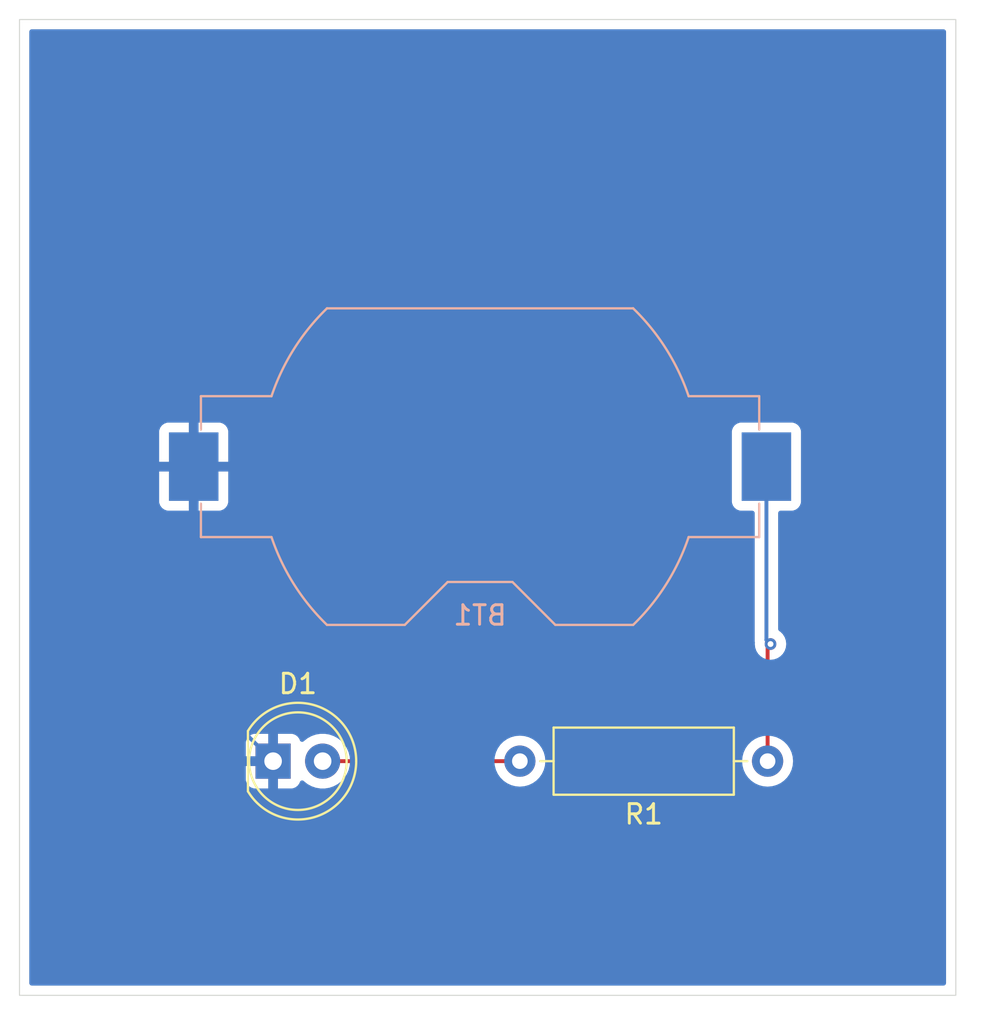
<source format=kicad_pcb>
(kicad_pcb (version 20240108) (generator "pcbnew") (generator_version "8.0")
  (title_block (title "HIGHT") (date "2024-05-16") (rev "0"))
  (layers (0 "F.Cu" signal) (31 "B.Cu" signal) (34 "B.Paste" user) (35 "F.Paste" user) (36 "B.SilkS" user "B.Silkscreen") (37 "F.SilkS" user "F.Silkscreen") (38 "B.Mask" user) (39 "F.Mask" user) (44 "Edge.Cuts" user))
  (net 0 "")
  (net 1 "GND")
  (net 2 "VCC")
  (net 3 "Net-(D1-A)")
  (footprint "LED_THT:LED_D5.0mm" (layer "F.Cu") (at 62 98)
    (property "Reference" "D1" (at 1.27 -3.96 0) (layer "F.SilkS"))
    (property "Value" "red")
    (fp_line (start -1.29 -1.545) (end -1.29 1.545) (stroke (width 0.12)) (layer "F.SilkS"))
    (fp_arc (start -1.29 -1.54483) (mid 2.072002 -2.880433) (end 4.26 0.000462) (stroke (width 0.12)) (layer "F.SilkS"))
    (fp_arc (start 4.26 -0.000462) (mid 2.072002 2.880433) (end -1.29 1.54483) (stroke (width 0.12)) (layer "F.SilkS"))
    (fp_circle (center 1.27 0) (end 3.77 0) (stroke (width 0.12)) (fill none) (layer "F.SilkS"))
    (pad "1" thru_hole rect (at 0 0) (size 1.8 1.8) (drill 0.9) (layers "*.Cu" "*.Mask") (net 1 "GND"))
    (pad "2" thru_hole circle (at 2.54 0) (size 1.8 1.8) (drill 0.9) (layers "*.Cu" "*.Mask") (net 3 "Net-(D1-A)"))
  )
  (footprint "Resistor_THT:R_Axial_DIN0309_L9.0mm_D3.2mm_P12.70mm_Horizontal" (layer "F.Cu") (at 87.35 98 180)
    (property "Reference" "R1" (at 6.35 -2.72 180) (layer "F.SilkS"))
    (property "Value" "1k")
    (fp_line (start 11.66 0) (end 10.97 0) (stroke (width 0.12)) (layer "F.SilkS"))
    (fp_line (start 10.97 1.72) (end 10.97 -1.72) (stroke (width 0.12)) (layer "F.SilkS"))
    (fp_line (start 10.97 -1.72) (end 1.73 -1.72) (stroke (width 0.12)) (layer "F.SilkS"))
    (fp_line (start 1.73 1.72) (end 10.97 1.72) (stroke (width 0.12)) (layer "F.SilkS"))
    (fp_line (start 1.73 -1.72) (end 1.73 1.72) (stroke (width 0.12)) (layer "F.SilkS"))
    (fp_line (start 1.04 0) (end 1.73 0) (stroke (width 0.12)) (layer "F.SilkS"))
    (pad "1" thru_hole circle (at 0 0 180) (size 1.6 1.6) (drill 0.8) (layers "*.Cu" "*.Mask") (net 2 "VCC"))
    (pad "2" thru_hole oval (at 12.7 0 180) (size 1.6 1.6) (drill 0.8) (layers "*.Cu" "*.Mask") (net 3 "Net-(D1-A)"))
  )
  (footprint "Battery:BatteryHolder_Keystone_1058_1x2032" (layer "B.Cu") (at 72.61 82.90897 180)
    (property "Reference" "BT1" (at 0 -7.62 180) (layer "B.SilkS") (effects (justify mirror)))
    (property "Value" "3V")
    (fp_line (start 14.31 3.61) (end 14.31 1.9) (stroke (width 0.12)) (layer "B.SilkS"))
    (fp_line (start 14.31 3.61) (end 10.692 3.61) (stroke (width 0.12)) (layer "B.SilkS"))
    (fp_line (start 14.31 -3.61) (end 14.31 -1.9) (stroke (width 0.12)) (layer "B.SilkS"))
    (fp_line (start 10.692 -3.61) (end 14.31 -3.61) (stroke (width 0.12)) (layer "B.SilkS"))
    (fp_line (start 7.8473 8.11) (end -7.8473 8.11) (stroke (width 0.12)) (layer "B.SilkS"))
    (fp_line (start 3.86 -8.11) (end 7.8473 -8.11) (stroke (width 0.12)) (layer "B.SilkS"))
    (fp_line (start 3.86 -8.11) (end 1.66 -5.91) (stroke (width 0.12)) (layer "B.SilkS"))
    (fp_line (start -1.66 -5.91) (end 1.66 -5.91) (stroke (width 0.12)) (layer "B.SilkS"))
    (fp_line (start -3.86 -8.11) (end -1.66 -5.91) (stroke (width 0.12)) (layer "B.SilkS"))
    (fp_line (start -7.8473 -8.11) (end -3.86 -8.11) (stroke (width 0.12)) (layer "B.SilkS"))
    (fp_line (start -10.692 3.61) (end -14.31 3.61) (stroke (width 0.12)) (layer "B.SilkS"))
    (fp_line (start -14.31 3.61) (end -14.31 1.9) (stroke (width 0.12)) (layer "B.SilkS"))
    (fp_line (start -14.31 -3.61) (end -10.692 -3.61) (stroke (width 0.12)) (layer "B.SilkS"))
    (fp_line (start -14.31 -3.61) (end -14.31 -1.9) (stroke (width 0.12)) (layer "B.SilkS"))
    (fp_arc (start 10.692 3.61) (mid 9.538084 6.031244) (end 7.845371 8.111789) (stroke (width 0.12)) (layer "B.SilkS"))
    (fp_arc (start 7.845371 -8.111789) (mid 9.538084 -6.031244) (end 10.692 -3.61) (stroke (width 0.12)) (layer "B.SilkS"))
    (fp_arc (start -7.845371 8.111789) (mid -9.538084 6.031244) (end -10.692 3.61) (stroke (width 0.12)) (layer "B.SilkS"))
    (fp_arc (start -10.692 -3.61) (mid -9.538085 -6.031245) (end -7.845371 -8.111789) (stroke (width 0.12)) (layer "B.SilkS"))
    (pad "1" smd rect (at -14.68 0 180) (size 2.54 3.51) (layers "B.Cu" "B.Paste" "B.Mask") (net 2 "VCC"))
    (pad "2" smd rect (at 14.68 0 180) (size 2.54 3.51) (layers "B.Cu" "B.Paste" "B.Mask") (net 1 "GND"))
  )
  (gr_rect (start 49 60) (end 97 110) (stroke (width 0.05)) (fill none) (layer "Edge.Cuts"))
  (segment (start 57.93 82.90897) (end 57.93 93.93) (width 0.2) (layer "B.Cu") (net 1))
  (segment (start 57.93 93.93) (end 62 98) (width 0.2) (layer "B.Cu") (net 1))
  (segment (start 87.35 92.15) (end 87.35 98) (width 0.2) (layer "F.Cu") (net 2))
  (segment (start 87.5 92) (end 87.35 92.15) (width 0.2) (layer "F.Cu") (net 2))
  (via (at 87.5 92) (size 0.6) (drill 0.3) (layers "F.Cu" "B.Cu") (net 2))
  (segment (start 87.29 82.90897) (end 87.29 91.79) (width 0.2) (layer "B.Cu") (net 2))
  (segment (start 87.29 91.79) (end 87.5 92) (width 0.2) (layer "B.Cu") (net 2))
  (segment (start 64.54 98) (end 74.65 98) (width 0.2) (layer "F.Cu") (net 3))
  (zone (net 1) (net_name "GND") (layer "B.Cu") (connect_pads (clearance 0.5)) (min_thickness 0.25) (fill yes (thermal_gap 0.5) (thermal_bridge_width 0.5))
    (polygon (pts (xy 48 59) (xy 98.5 59) (xy 98.5 111.5) (xy 48 111.5)))
  )
)
</source>
